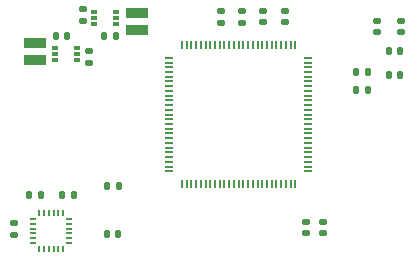
<source format=gbr>
%TF.GenerationSoftware,KiCad,Pcbnew,8.0.4*%
%TF.CreationDate,2024-07-31T15:52:53-07:00*%
%TF.ProjectId,scum3c-devboard,7363756d-3363-42d6-9465-76626f617264,rev?*%
%TF.SameCoordinates,Original*%
%TF.FileFunction,Paste,Top*%
%TF.FilePolarity,Positive*%
%FSLAX46Y46*%
G04 Gerber Fmt 4.6, Leading zero omitted, Abs format (unit mm)*
G04 Created by KiCad (PCBNEW 8.0.4) date 2024-07-31 15:52:53*
%MOMM*%
%LPD*%
G01*
G04 APERTURE LIST*
G04 Aperture macros list*
%AMRoundRect*
0 Rectangle with rounded corners*
0 $1 Rounding radius*
0 $2 $3 $4 $5 $6 $7 $8 $9 X,Y pos of 4 corners*
0 Add a 4 corners polygon primitive as box body*
4,1,4,$2,$3,$4,$5,$6,$7,$8,$9,$2,$3,0*
0 Add four circle primitives for the rounded corners*
1,1,$1+$1,$2,$3*
1,1,$1+$1,$4,$5*
1,1,$1+$1,$6,$7*
1,1,$1+$1,$8,$9*
0 Add four rect primitives between the rounded corners*
20,1,$1+$1,$2,$3,$4,$5,0*
20,1,$1+$1,$4,$5,$6,$7,0*
20,1,$1+$1,$6,$7,$8,$9,0*
20,1,$1+$1,$8,$9,$2,$3,0*%
G04 Aperture macros list end*
%ADD10O,0.800000X0.200000*%
%ADD11O,0.200000X0.800000*%
%ADD12RoundRect,0.147500X0.147500X0.172500X-0.147500X0.172500X-0.147500X-0.172500X0.147500X-0.172500X0*%
%ADD13RoundRect,0.147500X-0.172500X0.147500X-0.172500X-0.147500X0.172500X-0.147500X0.172500X0.147500X0*%
%ADD14RoundRect,0.147500X0.172500X-0.147500X0.172500X0.147500X-0.172500X0.147500X-0.172500X-0.147500X0*%
%ADD15RoundRect,0.147500X-0.147500X-0.172500X0.147500X-0.172500X0.147500X0.172500X-0.147500X0.172500X0*%
%ADD16RoundRect,0.050000X0.225000X0.050000X-0.225000X0.050000X-0.225000X-0.050000X0.225000X-0.050000X0*%
%ADD17RoundRect,0.050000X-0.050000X0.225000X-0.050000X-0.225000X0.050000X-0.225000X0.050000X0.225000X0*%
%ADD18R,1.900000X0.850000*%
%ADD19R,0.500000X0.300000*%
G04 APERTURE END LIST*
D10*
%TO.C,U1*%
X90620000Y-63838000D03*
X90620000Y-64238000D03*
X90620000Y-64638000D03*
X90620000Y-65038000D03*
X90620000Y-65438000D03*
X90620000Y-65838000D03*
X90620000Y-66238000D03*
X90620000Y-66638000D03*
X90620000Y-67038000D03*
X90620000Y-67438000D03*
X90620000Y-67838000D03*
X90620000Y-68238000D03*
X90620000Y-68638000D03*
X90620000Y-69038000D03*
X90620000Y-69438000D03*
X90620000Y-69838000D03*
X90620000Y-70238000D03*
X90620000Y-70638000D03*
X90620000Y-71038000D03*
X90620000Y-71438000D03*
X90620000Y-71838000D03*
X90620000Y-72238000D03*
X90620000Y-72638000D03*
X90620000Y-73038000D03*
X90620000Y-73438000D03*
D11*
X91720000Y-74538000D03*
X92120000Y-74538000D03*
X92520000Y-74538000D03*
X92920000Y-74538000D03*
X93320000Y-74538000D03*
X93720000Y-74538000D03*
X94120000Y-74538000D03*
X94520000Y-74538000D03*
X94920000Y-74538000D03*
X95320000Y-74538000D03*
X95720000Y-74538000D03*
X96120000Y-74538000D03*
X96520000Y-74538000D03*
X96920000Y-74538000D03*
X97320000Y-74538000D03*
X97720000Y-74538000D03*
X98120000Y-74538000D03*
X98520000Y-74538000D03*
X98920000Y-74538000D03*
X99320000Y-74538000D03*
X99720000Y-74538000D03*
X100120000Y-74538000D03*
X100520000Y-74538000D03*
X100920000Y-74538000D03*
X101320000Y-74538000D03*
D10*
X102420000Y-73438000D03*
X102420000Y-73038000D03*
X102420000Y-72638000D03*
X102420000Y-72238000D03*
X102420000Y-71838000D03*
X102420000Y-71438000D03*
X102420000Y-71038000D03*
X102420000Y-70638000D03*
X102420000Y-70238000D03*
X102420000Y-69838000D03*
X102420000Y-69438000D03*
X102420000Y-69038000D03*
X102420000Y-68638000D03*
X102420000Y-68238000D03*
X102420000Y-67838000D03*
X102420000Y-67438000D03*
X102420000Y-67038000D03*
X102420000Y-66638000D03*
X102420000Y-66238000D03*
X102420000Y-65838000D03*
X102420000Y-65438000D03*
X102420000Y-65038000D03*
X102420000Y-64638000D03*
X102420000Y-64238000D03*
X102420000Y-63838000D03*
D11*
X101320000Y-62738000D03*
X100920000Y-62738000D03*
X100520000Y-62738000D03*
X100120000Y-62738000D03*
X99720000Y-62738000D03*
X99320000Y-62738000D03*
X98920000Y-62738000D03*
X98520000Y-62738000D03*
X98120000Y-62738000D03*
X97720000Y-62738000D03*
X97320000Y-62738000D03*
X96920000Y-62738000D03*
X96520000Y-62738000D03*
X96120000Y-62738000D03*
X95720000Y-62738000D03*
X95320000Y-62738000D03*
X94920000Y-62738000D03*
X94520000Y-62738000D03*
X94120000Y-62738000D03*
X93720000Y-62738000D03*
X93320000Y-62738000D03*
X92920000Y-62738000D03*
X92520000Y-62738000D03*
X92120000Y-62738000D03*
X91720000Y-62738000D03*
%TD*%
D12*
%TO.C,C5*%
X86360000Y-74676000D03*
X85390000Y-74676000D03*
%TD*%
D13*
%TO.C,C8*%
X102235000Y-77724000D03*
X102235000Y-78694000D03*
%TD*%
D12*
%TO.C,C11*%
X107442000Y-66548000D03*
X106472000Y-66548000D03*
%TD*%
D14*
%TO.C,C12*%
X98552000Y-60833000D03*
X98552000Y-59863000D03*
%TD*%
%TO.C,C13*%
X100457000Y-60833000D03*
X100457000Y-59863000D03*
%TD*%
D15*
%TO.C,R1*%
X106472000Y-65024000D03*
X107442000Y-65024000D03*
%TD*%
%TO.C,C1*%
X81580000Y-75438000D03*
X82550000Y-75438000D03*
%TD*%
D16*
%TO.C,U9AB1*%
X82145000Y-79486000D03*
X82145000Y-79086000D03*
X82145000Y-78686000D03*
X82145000Y-78286000D03*
X82145000Y-77886000D03*
X82145000Y-77486000D03*
D17*
X81645000Y-76986000D03*
X81245000Y-76986000D03*
X80845000Y-76986000D03*
X80445000Y-76986000D03*
X80045000Y-76986000D03*
X79645000Y-76986000D03*
D16*
X79145000Y-77486000D03*
X79145000Y-77886000D03*
X79145000Y-78286000D03*
X79145000Y-78686000D03*
X79145000Y-79086000D03*
X79145000Y-79486000D03*
D17*
X79645000Y-79986000D03*
X80045000Y-79986000D03*
X80445000Y-79986000D03*
X80845000Y-79986000D03*
X81245000Y-79986000D03*
X81645000Y-79986000D03*
%TD*%
D12*
%TO.C,C3*%
X79756000Y-75438000D03*
X78786000Y-75438000D03*
%TD*%
D13*
%TO.C,C2*%
X77470000Y-77851000D03*
X77470000Y-78821000D03*
%TD*%
D12*
%TO.C,R2*%
X110190000Y-63246000D03*
X109220000Y-63246000D03*
%TD*%
D15*
%TO.C,R3*%
X109220000Y-65278000D03*
X110190000Y-65278000D03*
%TD*%
D13*
%TO.C,C7*%
X108204000Y-60706000D03*
X108204000Y-61676000D03*
%TD*%
%TO.C,C6*%
X110236000Y-60706000D03*
X110236000Y-61676000D03*
%TD*%
D12*
%TO.C,C4*%
X86337000Y-78740000D03*
X85367000Y-78740000D03*
%TD*%
D13*
%TO.C,C9*%
X103632000Y-77715000D03*
X103632000Y-78685000D03*
%TD*%
%TO.C,R4*%
X96774000Y-59900000D03*
X96774000Y-60870000D03*
%TD*%
D14*
%TO.C,C10*%
X94996000Y-60870000D03*
X94996000Y-59900000D03*
%TD*%
D12*
%TO.C,C_1.8_OUT1*%
X81996000Y-61976000D03*
X81026000Y-61976000D03*
%TD*%
D18*
%TO.C,L1*%
X79248000Y-62558000D03*
X79248000Y-64008000D03*
%TD*%
D13*
%TO.C,C_1.8_IN1*%
X83820000Y-63292000D03*
X83820000Y-64262000D03*
%TD*%
D19*
%TO.C,U3*%
X86106000Y-60960000D03*
X86106000Y-60460000D03*
X86106000Y-59960000D03*
X84306000Y-59960000D03*
X84306000Y-60460000D03*
X84306000Y-60960000D03*
%TD*%
D14*
%TO.C,C_1.1_IN1*%
X83312000Y-60706000D03*
X83312000Y-59736000D03*
%TD*%
D18*
%TO.C,L2*%
X87884000Y-61468000D03*
X87884000Y-60018000D03*
%TD*%
D15*
%TO.C,C_1.1_OUT1*%
X85136000Y-61976000D03*
X86106000Y-61976000D03*
%TD*%
D19*
%TO.C,U2*%
X81004000Y-63008000D03*
X81004000Y-63508000D03*
X81004000Y-64008000D03*
X82804000Y-64008000D03*
X82804000Y-63508000D03*
X82804000Y-63008000D03*
%TD*%
M02*

</source>
